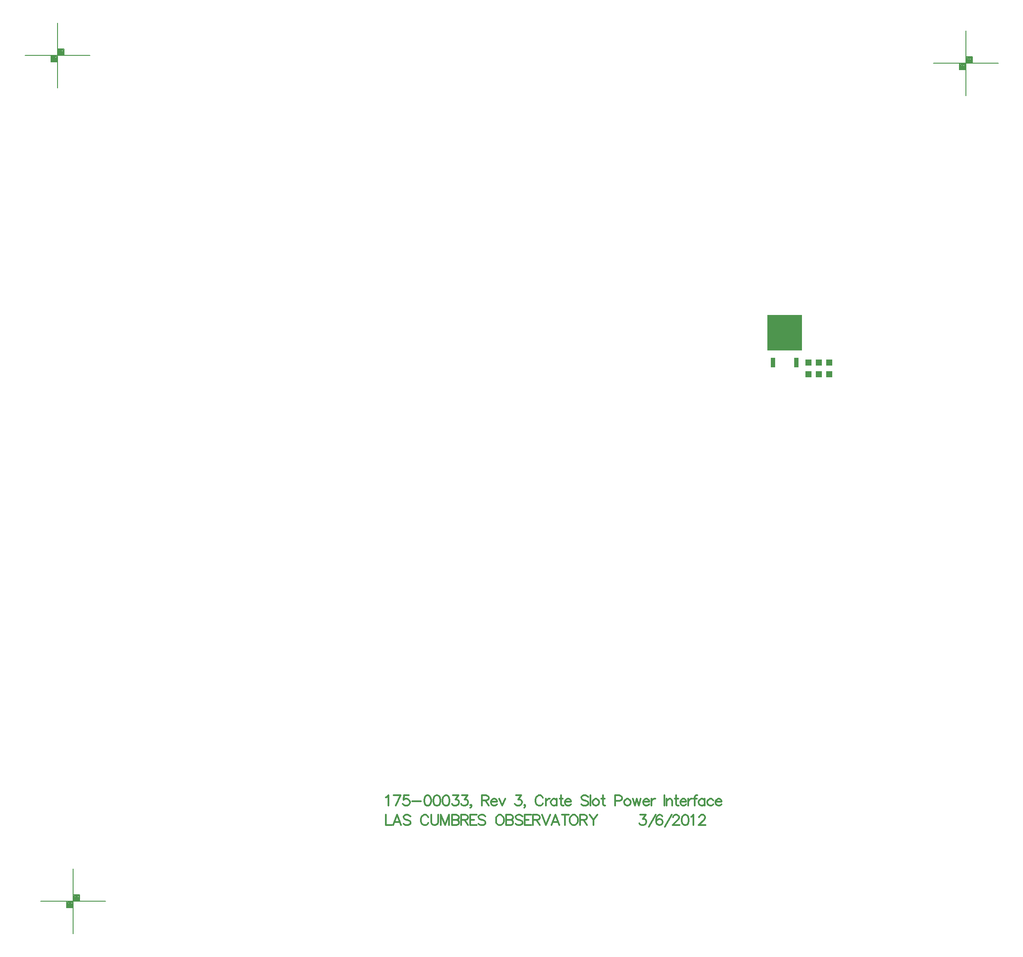
<source format=gbp>
%FSLAX23Y23*%
%MOIN*%
G70*
G01*
G75*
G04 Layer_Color=128*
%ADD10R,0.036X0.036*%
%ADD11R,0.050X0.050*%
%ADD12R,0.070X0.135*%
%ADD13R,0.059X0.039*%
%ADD14O,0.014X0.067*%
%ADD15R,0.135X0.070*%
%ADD16O,0.024X0.079*%
%ADD17C,0.010*%
%ADD18C,0.020*%
%ADD19C,0.050*%
%ADD20C,0.040*%
%ADD21C,0.012*%
%ADD22R,1.537X0.079*%
%ADD23R,0.221X0.226*%
%ADD24R,0.221X0.236*%
%ADD25C,0.008*%
%ADD26C,0.012*%
%ADD27C,0.012*%
%ADD28C,0.220*%
%ADD29C,0.120*%
%ADD30C,0.060*%
%ADD31R,0.120X0.120*%
%ADD32C,0.055*%
%ADD33C,0.080*%
%ADD34C,0.065*%
%ADD35C,0.059*%
%ADD36C,0.079*%
%ADD37C,0.157*%
%ADD38C,0.020*%
%ADD39C,0.030*%
%ADD40C,0.050*%
%ADD41C,0.024*%
%ADD42C,0.032*%
%ADD43C,0.206*%
%ADD44C,0.110*%
%ADD45C,0.076*%
%ADD46C,0.073*%
%ADD47C,0.092*%
%ADD48C,0.190*%
%ADD49C,0.087*%
%ADD50C,0.055*%
%ADD51C,0.068*%
%ADD52R,0.268X0.272*%
%ADD53R,0.037X0.075*%
%ADD54C,0.007*%
%ADD55R,0.221X0.246*%
%ADD56R,0.221X0.217*%
%ADD57C,0.010*%
%ADD58C,0.010*%
%ADD59C,0.024*%
%ADD60C,0.005*%
%ADD61C,0.039*%
%ADD62C,0.006*%
%ADD63C,0.007*%
%ADD64C,0.008*%
%ADD65R,0.239X0.139*%
%ADD66R,1.535X0.079*%
%ADD67R,0.044X0.044*%
%ADD68R,0.058X0.058*%
%ADD69R,0.078X0.143*%
%ADD70R,0.067X0.047*%
%ADD71O,0.022X0.075*%
%ADD72R,0.143X0.078*%
%ADD73O,0.032X0.087*%
%ADD74C,0.228*%
%ADD75C,0.128*%
%ADD76R,0.128X0.128*%
%ADD77C,0.063*%
%ADD78C,0.088*%
%ADD79C,0.073*%
%ADD80C,0.067*%
%ADD81C,0.087*%
%ADD82C,0.165*%
%ADD83C,0.028*%
%ADD84C,0.038*%
%ADD85C,0.058*%
%ADD86C,0.040*%
%ADD87R,1.028X0.354*%
%ADD88R,1.532X0.079*%
%ADD89R,0.276X0.280*%
%ADD90R,0.045X0.083*%
D11*
X25446Y17760D02*
D03*
Y17850D02*
D03*
X25286D02*
D03*
Y17760D02*
D03*
X25366Y17850D02*
D03*
Y17760D02*
D03*
D25*
X19518Y20239D02*
X19528D01*
Y20234D02*
Y20244D01*
X19518Y20234D02*
X19528D01*
X19518D02*
Y20244D01*
X19528D01*
X19533Y20229D02*
Y20244D01*
X19513Y20229D02*
X19533D01*
X19513D02*
Y20249D01*
X19533D01*
X19538Y20224D02*
Y20249D01*
X19508Y20224D02*
X19538D01*
X19508D02*
Y20254D01*
X19538D01*
X19543Y20219D02*
Y20259D01*
X19503Y20219D02*
X19543D01*
X19503D02*
Y20259D01*
X19543D01*
X19468Y20189D02*
X19478D01*
Y20184D02*
Y20194D01*
X19468Y20184D02*
X19478D01*
X19468D02*
Y20194D01*
X19478D01*
X19483Y20179D02*
Y20194D01*
X19463Y20179D02*
X19483D01*
X19463D02*
Y20199D01*
X19483D01*
X19488Y20174D02*
Y20199D01*
X19458Y20174D02*
X19488D01*
X19458D02*
Y20204D01*
X19488D01*
X19493Y20169D02*
Y20209D01*
X19453Y20169D02*
X19493D01*
X19453D02*
Y20209D01*
X19493D01*
X19448Y20164D02*
X19498D01*
X19448D02*
Y20214D01*
X19498Y20264D02*
X19548D01*
Y20214D02*
Y20264D01*
X19498Y19964D02*
Y20464D01*
X19248Y20214D02*
X19748D01*
X19641Y13723D02*
X19651D01*
Y13718D02*
Y13728D01*
X19641Y13718D02*
X19651D01*
X19641D02*
Y13728D01*
X19651D01*
X19656Y13713D02*
Y13728D01*
X19636Y13713D02*
X19656D01*
X19636D02*
Y13733D01*
X19656D01*
X19661Y13708D02*
Y13733D01*
X19631Y13708D02*
X19661D01*
X19631D02*
Y13738D01*
X19661D01*
X19666Y13703D02*
Y13743D01*
X19626Y13703D02*
X19666D01*
X19626D02*
Y13743D01*
X19666D01*
X19591Y13673D02*
X19601D01*
Y13668D02*
Y13678D01*
X19591Y13668D02*
X19601D01*
X19591D02*
Y13678D01*
X19601D01*
X19606Y13663D02*
Y13678D01*
X19586Y13663D02*
X19606D01*
X19586D02*
Y13683D01*
X19606D01*
X19611Y13658D02*
Y13683D01*
X19581Y13658D02*
X19611D01*
X19581D02*
Y13688D01*
X19611D01*
X19616Y13653D02*
Y13693D01*
X19576Y13653D02*
X19616D01*
X19576D02*
Y13693D01*
X19616D01*
X19571Y13648D02*
X19621D01*
X19571D02*
Y13698D01*
X19621Y13748D02*
X19671D01*
Y13698D02*
Y13748D01*
X19621Y13448D02*
Y13948D01*
X19371Y13698D02*
X19871D01*
X26519Y20181D02*
X26529D01*
Y20176D02*
Y20186D01*
X26519Y20176D02*
X26529D01*
X26519D02*
Y20186D01*
X26529D01*
X26534Y20171D02*
Y20186D01*
X26514Y20171D02*
X26534D01*
X26514D02*
Y20191D01*
X26534D01*
X26539Y20166D02*
Y20191D01*
X26509Y20166D02*
X26539D01*
X26509D02*
Y20196D01*
X26539D01*
X26544Y20161D02*
Y20201D01*
X26504Y20161D02*
X26544D01*
X26504D02*
Y20201D01*
X26544D01*
X26469Y20131D02*
X26479D01*
Y20126D02*
Y20136D01*
X26469Y20126D02*
X26479D01*
X26469D02*
Y20136D01*
X26479D01*
X26484Y20121D02*
Y20136D01*
X26464Y20121D02*
X26484D01*
X26464D02*
Y20141D01*
X26484D01*
X26489Y20116D02*
Y20141D01*
X26459Y20116D02*
X26489D01*
X26459D02*
Y20146D01*
X26489D01*
X26494Y20111D02*
Y20151D01*
X26454Y20111D02*
X26494D01*
X26454D02*
Y20151D01*
X26494D01*
X26449Y20106D02*
X26499D01*
X26449D02*
Y20156D01*
X26499Y20206D02*
X26549D01*
Y20156D02*
Y20206D01*
X26499Y19906D02*
Y20406D01*
X26249Y20156D02*
X26749D01*
D26*
X22031Y14364D02*
Y14284D01*
X22077D01*
X22147D02*
X22116Y14364D01*
X22086Y14284D01*
X22097Y14310D02*
X22135D01*
X22219Y14352D02*
X22211Y14360D01*
X22200Y14364D01*
X22184D01*
X22173Y14360D01*
X22165Y14352D01*
Y14345D01*
X22169Y14337D01*
X22173Y14333D01*
X22181Y14329D01*
X22204Y14322D01*
X22211Y14318D01*
X22215Y14314D01*
X22219Y14307D01*
Y14295D01*
X22211Y14287D01*
X22200Y14284D01*
X22184D01*
X22173Y14287D01*
X22165Y14295D01*
X22357Y14345D02*
X22353Y14352D01*
X22345Y14360D01*
X22338Y14364D01*
X22322D01*
X22315Y14360D01*
X22307Y14352D01*
X22303Y14345D01*
X22299Y14333D01*
Y14314D01*
X22303Y14303D01*
X22307Y14295D01*
X22315Y14287D01*
X22322Y14284D01*
X22338D01*
X22345Y14287D01*
X22353Y14295D01*
X22357Y14303D01*
X22379Y14364D02*
Y14307D01*
X22383Y14295D01*
X22391Y14287D01*
X22402Y14284D01*
X22410D01*
X22421Y14287D01*
X22429Y14295D01*
X22432Y14307D01*
Y14364D01*
X22454D02*
Y14284D01*
Y14364D02*
X22485Y14284D01*
X22515Y14364D02*
X22485Y14284D01*
X22515Y14364D02*
Y14284D01*
X22538Y14364D02*
Y14284D01*
Y14364D02*
X22573D01*
X22584Y14360D01*
X22588Y14356D01*
X22592Y14348D01*
Y14341D01*
X22588Y14333D01*
X22584Y14329D01*
X22573Y14326D01*
X22538D02*
X22573D01*
X22584Y14322D01*
X22588Y14318D01*
X22592Y14310D01*
Y14299D01*
X22588Y14291D01*
X22584Y14287D01*
X22573Y14284D01*
X22538D01*
X22610Y14364D02*
Y14284D01*
Y14364D02*
X22644D01*
X22655Y14360D01*
X22659Y14356D01*
X22663Y14348D01*
Y14341D01*
X22659Y14333D01*
X22655Y14329D01*
X22644Y14326D01*
X22610D01*
X22636D02*
X22663Y14284D01*
X22730Y14364D02*
X22681D01*
Y14284D01*
X22730D01*
X22681Y14326D02*
X22711D01*
X22797Y14352D02*
X22789Y14360D01*
X22778Y14364D01*
X22763D01*
X22751Y14360D01*
X22744Y14352D01*
Y14345D01*
X22747Y14337D01*
X22751Y14333D01*
X22759Y14329D01*
X22782Y14322D01*
X22789Y14318D01*
X22793Y14314D01*
X22797Y14307D01*
Y14295D01*
X22789Y14287D01*
X22778Y14284D01*
X22763D01*
X22751Y14287D01*
X22744Y14295D01*
X22900Y14364D02*
X22893Y14360D01*
X22885Y14352D01*
X22881Y14345D01*
X22878Y14333D01*
Y14314D01*
X22881Y14303D01*
X22885Y14295D01*
X22893Y14287D01*
X22900Y14284D01*
X22916D01*
X22923Y14287D01*
X22931Y14295D01*
X22935Y14303D01*
X22939Y14314D01*
Y14333D01*
X22935Y14345D01*
X22931Y14352D01*
X22923Y14360D01*
X22916Y14364D01*
X22900D01*
X22957D02*
Y14284D01*
Y14364D02*
X22992D01*
X23003Y14360D01*
X23007Y14356D01*
X23011Y14348D01*
Y14341D01*
X23007Y14333D01*
X23003Y14329D01*
X22992Y14326D01*
X22957D02*
X22992D01*
X23003Y14322D01*
X23007Y14318D01*
X23011Y14310D01*
Y14299D01*
X23007Y14291D01*
X23003Y14287D01*
X22992Y14284D01*
X22957D01*
X23082Y14352D02*
X23074Y14360D01*
X23063Y14364D01*
X23048D01*
X23036Y14360D01*
X23028Y14352D01*
Y14345D01*
X23032Y14337D01*
X23036Y14333D01*
X23044Y14329D01*
X23067Y14322D01*
X23074Y14318D01*
X23078Y14314D01*
X23082Y14307D01*
Y14295D01*
X23074Y14287D01*
X23063Y14284D01*
X23048D01*
X23036Y14287D01*
X23028Y14295D01*
X23149Y14364D02*
X23100D01*
Y14284D01*
X23149D01*
X23100Y14326D02*
X23130D01*
X23163Y14364D02*
Y14284D01*
Y14364D02*
X23197D01*
X23208Y14360D01*
X23212Y14356D01*
X23216Y14348D01*
Y14341D01*
X23212Y14333D01*
X23208Y14329D01*
X23197Y14326D01*
X23163D01*
X23189D02*
X23216Y14284D01*
X23234Y14364D02*
X23264Y14284D01*
X23295Y14364D02*
X23264Y14284D01*
X23366D02*
X23335Y14364D01*
X23305Y14284D01*
X23316Y14310D02*
X23354D01*
X23411Y14364D02*
Y14284D01*
X23385Y14364D02*
X23438D01*
X23470D02*
X23463Y14360D01*
X23455Y14352D01*
X23451Y14345D01*
X23447Y14333D01*
Y14314D01*
X23451Y14303D01*
X23455Y14295D01*
X23463Y14287D01*
X23470Y14284D01*
X23486D01*
X23493Y14287D01*
X23501Y14295D01*
X23505Y14303D01*
X23508Y14314D01*
Y14333D01*
X23505Y14345D01*
X23501Y14352D01*
X23493Y14360D01*
X23486Y14364D01*
X23470D01*
X23527D02*
Y14284D01*
Y14364D02*
X23561D01*
X23573Y14360D01*
X23577Y14356D01*
X23580Y14348D01*
Y14341D01*
X23577Y14333D01*
X23573Y14329D01*
X23561Y14326D01*
X23527D01*
X23554D02*
X23580Y14284D01*
X23598Y14364D02*
X23629Y14326D01*
Y14284D01*
X23659Y14364D02*
X23629Y14326D01*
X23991Y14364D02*
X24033D01*
X24010Y14333D01*
X24022D01*
X24029Y14329D01*
X24033Y14326D01*
X24037Y14314D01*
Y14307D01*
X24033Y14295D01*
X24026Y14287D01*
X24014Y14284D01*
X24003D01*
X23991Y14287D01*
X23987Y14291D01*
X23984Y14299D01*
X24055Y14272D02*
X24108Y14364D01*
X24159Y14352D02*
X24155Y14360D01*
X24144Y14364D01*
X24136D01*
X24125Y14360D01*
X24117Y14348D01*
X24114Y14329D01*
Y14310D01*
X24117Y14295D01*
X24125Y14287D01*
X24136Y14284D01*
X24140D01*
X24152Y14287D01*
X24159Y14295D01*
X24163Y14307D01*
Y14310D01*
X24159Y14322D01*
X24152Y14329D01*
X24140Y14333D01*
X24136D01*
X24125Y14329D01*
X24117Y14322D01*
X24114Y14310D01*
X24181Y14272D02*
X24234Y14364D01*
X24243Y14345D02*
Y14348D01*
X24247Y14356D01*
X24251Y14360D01*
X24258Y14364D01*
X24274D01*
X24281Y14360D01*
X24285Y14356D01*
X24289Y14348D01*
Y14341D01*
X24285Y14333D01*
X24277Y14322D01*
X24239Y14284D01*
X24293D01*
X24333Y14364D02*
X24322Y14360D01*
X24314Y14348D01*
X24310Y14329D01*
Y14318D01*
X24314Y14299D01*
X24322Y14287D01*
X24333Y14284D01*
X24341D01*
X24352Y14287D01*
X24360Y14299D01*
X24364Y14318D01*
Y14329D01*
X24360Y14348D01*
X24352Y14360D01*
X24341Y14364D01*
X24333D01*
X24382Y14348D02*
X24389Y14352D01*
X24401Y14364D01*
Y14284D01*
X24444Y14345D02*
Y14348D01*
X24448Y14356D01*
X24452Y14360D01*
X24459Y14364D01*
X24475D01*
X24482Y14360D01*
X24486Y14356D01*
X24490Y14348D01*
Y14341D01*
X24486Y14333D01*
X24478Y14322D01*
X24440Y14284D01*
X24494D01*
D27*
X22031Y14498D02*
X22039Y14502D01*
X22050Y14514D01*
Y14434D01*
X22143Y14514D02*
X22105Y14434D01*
X22090Y14514D02*
X22143D01*
X22207D02*
X22169D01*
X22165Y14479D01*
X22169Y14483D01*
X22180Y14487D01*
X22192D01*
X22203Y14483D01*
X22211Y14476D01*
X22215Y14464D01*
Y14457D01*
X22211Y14445D01*
X22203Y14438D01*
X22192Y14434D01*
X22180D01*
X22169Y14438D01*
X22165Y14441D01*
X22161Y14449D01*
X22232Y14468D02*
X22301D01*
X22347Y14514D02*
X22336Y14510D01*
X22328Y14498D01*
X22325Y14479D01*
Y14468D01*
X22328Y14449D01*
X22336Y14438D01*
X22347Y14434D01*
X22355D01*
X22367Y14438D01*
X22374Y14449D01*
X22378Y14468D01*
Y14479D01*
X22374Y14498D01*
X22367Y14510D01*
X22355Y14514D01*
X22347D01*
X22419D02*
X22407Y14510D01*
X22400Y14498D01*
X22396Y14479D01*
Y14468D01*
X22400Y14449D01*
X22407Y14438D01*
X22419Y14434D01*
X22426D01*
X22438Y14438D01*
X22445Y14449D01*
X22449Y14468D01*
Y14479D01*
X22445Y14498D01*
X22438Y14510D01*
X22426Y14514D01*
X22419D01*
X22490D02*
X22478Y14510D01*
X22471Y14498D01*
X22467Y14479D01*
Y14468D01*
X22471Y14449D01*
X22478Y14438D01*
X22490Y14434D01*
X22498D01*
X22509Y14438D01*
X22517Y14449D01*
X22520Y14468D01*
Y14479D01*
X22517Y14498D01*
X22509Y14510D01*
X22498Y14514D01*
X22490D01*
X22546D02*
X22588D01*
X22565Y14483D01*
X22576D01*
X22584Y14479D01*
X22588Y14476D01*
X22592Y14464D01*
Y14457D01*
X22588Y14445D01*
X22580Y14438D01*
X22569Y14434D01*
X22557D01*
X22546Y14438D01*
X22542Y14441D01*
X22538Y14449D01*
X22617Y14514D02*
X22659D01*
X22636Y14483D01*
X22648D01*
X22655Y14479D01*
X22659Y14476D01*
X22663Y14464D01*
Y14457D01*
X22659Y14445D01*
X22651Y14438D01*
X22640Y14434D01*
X22629D01*
X22617Y14438D01*
X22613Y14441D01*
X22610Y14449D01*
X22688Y14438D02*
X22685Y14434D01*
X22681Y14438D01*
X22685Y14441D01*
X22688Y14438D01*
Y14430D01*
X22685Y14422D01*
X22681Y14418D01*
X22769Y14514D02*
Y14434D01*
Y14514D02*
X22803D01*
X22814Y14510D01*
X22818Y14506D01*
X22822Y14498D01*
Y14491D01*
X22818Y14483D01*
X22814Y14479D01*
X22803Y14476D01*
X22769D01*
X22795D02*
X22822Y14434D01*
X22840Y14464D02*
X22886D01*
Y14472D01*
X22882Y14479D01*
X22878Y14483D01*
X22870Y14487D01*
X22859D01*
X22851Y14483D01*
X22844Y14476D01*
X22840Y14464D01*
Y14457D01*
X22844Y14445D01*
X22851Y14438D01*
X22859Y14434D01*
X22870D01*
X22878Y14438D01*
X22886Y14445D01*
X22903Y14487D02*
X22926Y14434D01*
X22948Y14487D02*
X22926Y14434D01*
X23032Y14514D02*
X23074D01*
X23051Y14483D01*
X23062D01*
X23070Y14479D01*
X23074Y14476D01*
X23078Y14464D01*
Y14457D01*
X23074Y14445D01*
X23066Y14438D01*
X23055Y14434D01*
X23043D01*
X23032Y14438D01*
X23028Y14441D01*
X23024Y14449D01*
X23103Y14438D02*
X23099Y14434D01*
X23095Y14438D01*
X23099Y14441D01*
X23103Y14438D01*
Y14430D01*
X23099Y14422D01*
X23095Y14418D01*
X23241Y14495D02*
X23237Y14502D01*
X23229Y14510D01*
X23222Y14514D01*
X23206D01*
X23199Y14510D01*
X23191Y14502D01*
X23187Y14495D01*
X23183Y14483D01*
Y14464D01*
X23187Y14453D01*
X23191Y14445D01*
X23199Y14438D01*
X23206Y14434D01*
X23222D01*
X23229Y14438D01*
X23237Y14445D01*
X23241Y14453D01*
X23263Y14487D02*
Y14434D01*
Y14464D02*
X23267Y14476D01*
X23275Y14483D01*
X23282Y14487D01*
X23294D01*
X23346D02*
Y14434D01*
Y14476D02*
X23339Y14483D01*
X23331Y14487D01*
X23320D01*
X23312Y14483D01*
X23305Y14476D01*
X23301Y14464D01*
Y14457D01*
X23305Y14445D01*
X23312Y14438D01*
X23320Y14434D01*
X23331D01*
X23339Y14438D01*
X23346Y14445D01*
X23379Y14514D02*
Y14449D01*
X23383Y14438D01*
X23391Y14434D01*
X23398D01*
X23368Y14487D02*
X23394D01*
X23410Y14464D02*
X23455D01*
Y14472D01*
X23452Y14479D01*
X23448Y14483D01*
X23440Y14487D01*
X23429D01*
X23421Y14483D01*
X23414Y14476D01*
X23410Y14464D01*
Y14457D01*
X23414Y14445D01*
X23421Y14438D01*
X23429Y14434D01*
X23440D01*
X23448Y14438D01*
X23455Y14445D01*
X23589Y14502D02*
X23581Y14510D01*
X23570Y14514D01*
X23554D01*
X23543Y14510D01*
X23535Y14502D01*
Y14495D01*
X23539Y14487D01*
X23543Y14483D01*
X23551Y14479D01*
X23573Y14472D01*
X23581Y14468D01*
X23585Y14464D01*
X23589Y14457D01*
Y14445D01*
X23581Y14438D01*
X23570Y14434D01*
X23554D01*
X23543Y14438D01*
X23535Y14445D01*
X23607Y14514D02*
Y14434D01*
X23642Y14487D02*
X23635Y14483D01*
X23627Y14476D01*
X23623Y14464D01*
Y14457D01*
X23627Y14445D01*
X23635Y14438D01*
X23642Y14434D01*
X23654D01*
X23661Y14438D01*
X23669Y14445D01*
X23673Y14457D01*
Y14464D01*
X23669Y14476D01*
X23661Y14483D01*
X23654Y14487D01*
X23642D01*
X23702Y14514D02*
Y14449D01*
X23706Y14438D01*
X23713Y14434D01*
X23721D01*
X23690Y14487D02*
X23717D01*
X23795Y14472D02*
X23829D01*
X23841Y14476D01*
X23845Y14479D01*
X23848Y14487D01*
Y14498D01*
X23845Y14506D01*
X23841Y14510D01*
X23829Y14514D01*
X23795D01*
Y14434D01*
X23885Y14487D02*
X23878Y14483D01*
X23870Y14476D01*
X23866Y14464D01*
Y14457D01*
X23870Y14445D01*
X23878Y14438D01*
X23885Y14434D01*
X23897D01*
X23904Y14438D01*
X23912Y14445D01*
X23916Y14457D01*
Y14464D01*
X23912Y14476D01*
X23904Y14483D01*
X23897Y14487D01*
X23885D01*
X23933D02*
X23949Y14434D01*
X23964Y14487D02*
X23949Y14434D01*
X23964Y14487D02*
X23979Y14434D01*
X23994Y14487D02*
X23979Y14434D01*
X24013Y14464D02*
X24059D01*
Y14472D01*
X24055Y14479D01*
X24051Y14483D01*
X24043Y14487D01*
X24032D01*
X24024Y14483D01*
X24017Y14476D01*
X24013Y14464D01*
Y14457D01*
X24017Y14445D01*
X24024Y14438D01*
X24032Y14434D01*
X24043D01*
X24051Y14438D01*
X24059Y14445D01*
X24076Y14487D02*
Y14434D01*
Y14464D02*
X24080Y14476D01*
X24087Y14483D01*
X24095Y14487D01*
X24106D01*
X24176Y14514D02*
Y14434D01*
X24193Y14487D02*
Y14434D01*
Y14472D02*
X24205Y14483D01*
X24212Y14487D01*
X24224D01*
X24231Y14483D01*
X24235Y14472D01*
Y14434D01*
X24267Y14514D02*
Y14449D01*
X24271Y14438D01*
X24279Y14434D01*
X24286D01*
X24256Y14487D02*
X24283D01*
X24298Y14464D02*
X24344D01*
Y14472D01*
X24340Y14479D01*
X24336Y14483D01*
X24328Y14487D01*
X24317D01*
X24309Y14483D01*
X24302Y14476D01*
X24298Y14464D01*
Y14457D01*
X24302Y14445D01*
X24309Y14438D01*
X24317Y14434D01*
X24328D01*
X24336Y14438D01*
X24344Y14445D01*
X24361Y14487D02*
Y14434D01*
Y14464D02*
X24365Y14476D01*
X24372Y14483D01*
X24380Y14487D01*
X24391D01*
X24429Y14514D02*
X24421D01*
X24414Y14510D01*
X24410Y14498D01*
Y14434D01*
X24398Y14487D02*
X24425D01*
X24486D02*
Y14434D01*
Y14476D02*
X24478Y14483D01*
X24471Y14487D01*
X24459D01*
X24452Y14483D01*
X24444Y14476D01*
X24440Y14464D01*
Y14457D01*
X24444Y14445D01*
X24452Y14438D01*
X24459Y14434D01*
X24471D01*
X24478Y14438D01*
X24486Y14445D01*
X24553Y14476D02*
X24545Y14483D01*
X24538Y14487D01*
X24526D01*
X24519Y14483D01*
X24511Y14476D01*
X24507Y14464D01*
Y14457D01*
X24511Y14445D01*
X24519Y14438D01*
X24526Y14434D01*
X24538D01*
X24545Y14438D01*
X24553Y14445D01*
X24570Y14464D02*
X24616D01*
Y14472D01*
X24612Y14479D01*
X24608Y14483D01*
X24601Y14487D01*
X24589D01*
X24582Y14483D01*
X24574Y14476D01*
X24570Y14464D01*
Y14457D01*
X24574Y14445D01*
X24582Y14438D01*
X24589Y14434D01*
X24601D01*
X24608Y14438D01*
X24616Y14445D01*
D52*
X25103Y18078D02*
D03*
D53*
X25013Y17848D02*
D03*
X25192D02*
D03*
M02*

</source>
